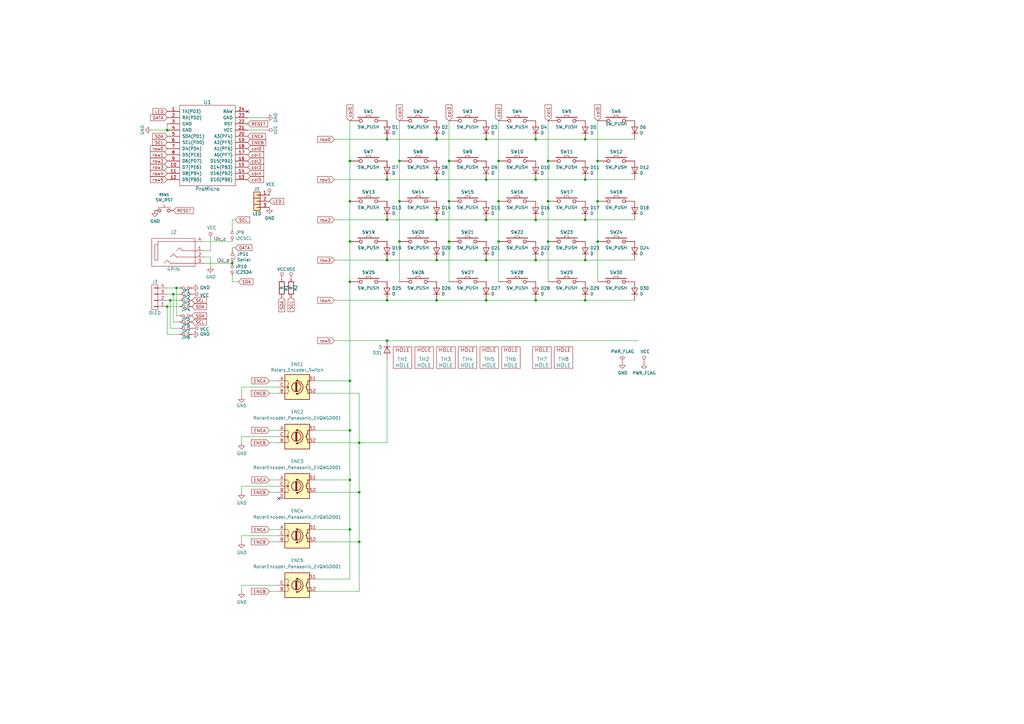
<source format=kicad_sch>
(kicad_sch (version 20211123) (generator eeschema)
  (paper "A3")
  (junction (at 158.75 57.15))
  (junction (at 71.12 120.65))
  (junction (at 184.15 66.04))
  (junction (at 179.07 57.15))
  (junction (at 163.83 82.55))
  (junction (at 143.51 115.57))
  (junction (at 224.79 99.06))
  (junction (at 184.15 82.55))
  (junction (at 179.07 90.17))
  (junction (at 199.39 106.68))
  (junction (at 158.75 73.66))
  (junction (at 143.51 99.06))
  (junction (at 224.79 66.04))
  (junction (at 245.11 99.06))
  (junction (at 204.47 99.06))
  (junction (at 199.39 123.19))
  (junction (at 143.51 176.53))
  (junction (at 147.32 222.25))
  (junction (at 179.07 106.68))
  (junction (at 163.83 99.06))
  (junction (at 69.85 123.19))
  (junction (at 143.51 156.21))
  (junction (at 219.71 106.68))
  (junction (at 158.75 139.7))
  (junction (at 143.51 217.17))
  (junction (at 240.03 73.66))
  (junction (at 184.15 99.06))
  (junction (at 68.58 53.34))
  (junction (at 143.51 66.04))
  (junction (at 158.75 123.19))
  (junction (at 158.75 106.68))
  (junction (at 72.39 118.11))
  (junction (at 199.39 73.66))
  (junction (at 147.32 201.93))
  (junction (at 219.71 57.15))
  (junction (at 240.03 123.19))
  (junction (at 219.71 123.19))
  (junction (at 95.25 107.95))
  (junction (at 219.71 90.17))
  (junction (at 199.39 90.17))
  (junction (at 147.32 181.61))
  (junction (at 179.07 73.66))
  (junction (at 240.03 106.68))
  (junction (at 245.11 66.04))
  (junction (at 199.39 57.15))
  (junction (at 163.83 66.04))
  (junction (at 245.11 82.55))
  (junction (at 158.75 90.17))
  (junction (at 240.03 57.15))
  (junction (at 68.58 125.73))
  (junction (at 219.71 73.66))
  (junction (at 143.51 196.85))
  (junction (at 143.51 82.55))
  (junction (at 204.47 82.55))
  (junction (at 240.03 90.17))
  (junction (at 204.47 66.04))
  (junction (at 224.79 82.55))
  (junction (at 179.07 123.19))
  (no_connect (at 114.3 204.47))
  (no_connect (at 101.6 45.72))
  (wire (pts (xy 199.39 106.68) (xy 219.71 106.68)))
  (wire (pts (xy 68.58 118.11) (xy 72.39 118.11)))
  (wire (pts (xy 114.3 199.39) (xy 99.06 199.39)))
  (wire (pts (xy 129.54 222.25) (xy 147.32 222.25)))
  (wire (pts (xy 158.75 123.19) (xy 179.07 123.19)))
  (wire (pts (xy 73.66 125.73) (xy 68.58 125.73)))
  (wire (pts (xy 129.54 161.29) (xy 147.32 161.29)))
  (wire (pts (xy 129.54 156.21) (xy 143.51 156.21)))
  (wire (pts (xy 204.47 66.04) (xy 204.47 82.55)))
  (wire (pts (xy 110.49 176.53) (xy 114.3 176.53)))
  (wire (pts (xy 179.07 106.68) (xy 158.75 106.68)))
  (wire (pts (xy 95.25 113.03) (xy 95.25 115.57)))
  (wire (pts (xy 158.75 106.68) (xy 137.16 106.68)))
  (wire (pts (xy 99.06 158.75) (xy 99.06 162.56)))
  (wire (pts (xy 219.71 73.66) (xy 240.03 73.66)))
  (wire (pts (xy 224.79 99.06) (xy 224.79 115.57)))
  (wire (pts (xy 110.49 161.29) (xy 114.3 161.29)))
  (wire (pts (xy 69.85 123.19) (xy 69.85 134.62)))
  (wire (pts (xy 245.11 66.04) (xy 245.11 49.53)))
  (wire (pts (xy 71.12 120.65) (xy 71.12 132.08)))
  (wire (pts (xy 110.49 196.85) (xy 114.3 196.85)))
  (wire (pts (xy 219.71 123.19) (xy 240.03 123.19)))
  (wire (pts (xy 163.83 66.04) (xy 163.83 82.55)))
  (wire (pts (xy 245.11 82.55) (xy 245.11 66.04)))
  (wire (pts (xy 95.25 101.6) (xy 96.52 101.6)))
  (wire (pts (xy 129.54 201.93) (xy 147.32 201.93)))
  (wire (pts (xy 163.83 99.06) (xy 163.83 115.57)))
  (wire (pts (xy 179.07 106.68) (xy 199.39 106.68)))
  (wire (pts (xy 147.32 201.93) (xy 147.32 181.61)))
  (wire (pts (xy 199.39 73.66) (xy 219.71 73.66)))
  (wire (pts (xy 158.75 181.61) (xy 158.75 147.32)))
  (wire (pts (xy 99.06 199.39) (xy 99.06 201.93)))
  (wire (pts (xy 129.54 237.49) (xy 143.51 237.49)))
  (wire (pts (xy 129.54 217.17) (xy 143.51 217.17)))
  (wire (pts (xy 114.3 158.75) (xy 99.06 158.75)))
  (wire (pts (xy 147.32 181.61) (xy 147.32 161.29)))
  (wire (pts (xy 143.51 115.57) (xy 143.51 156.21)))
  (wire (pts (xy 143.51 176.53) (xy 143.51 196.85)))
  (wire (pts (xy 143.51 156.21) (xy 143.51 176.53)))
  (wire (pts (xy 95.25 115.57) (xy 97.79 115.57)))
  (wire (pts (xy 184.15 82.55) (xy 184.15 99.06)))
  (wire (pts (xy 137.16 123.19) (xy 158.75 123.19)))
  (wire (pts (xy 224.79 49.53) (xy 224.79 66.04)))
  (wire (pts (xy 72.39 118.11) (xy 72.39 129.54)))
  (wire (pts (xy 114.3 179.07) (xy 99.06 179.07)))
  (wire (pts (xy 129.54 181.61) (xy 147.32 181.61)))
  (wire (pts (xy 129.54 242.57) (xy 147.32 242.57)))
  (wire (pts (xy 224.79 66.04) (xy 224.79 82.55)))
  (wire (pts (xy 110.49 242.57) (xy 114.3 242.57)))
  (wire (pts (xy 99.06 240.03) (xy 99.06 242.57)))
  (wire (pts (xy 199.39 123.19) (xy 219.71 123.19)))
  (wire (pts (xy 199.39 90.17) (xy 219.71 90.17)))
  (wire (pts (xy 86.36 102.87) (xy 83.82 102.87)))
  (wire (pts (xy 68.58 123.19) (xy 69.85 123.19)))
  (wire (pts (xy 179.07 57.15) (xy 199.39 57.15)))
  (wire (pts (xy 147.32 242.57) (xy 147.32 222.25)))
  (wire (pts (xy 184.15 49.53) (xy 184.15 66.04)))
  (wire (pts (xy 204.47 49.53) (xy 204.47 66.04)))
  (wire (pts (xy 179.07 90.17) (xy 199.39 90.17)))
  (wire (pts (xy 179.07 73.66) (xy 199.39 73.66)))
  (wire (pts (xy 224.79 99.06) (xy 224.79 82.55)))
  (wire (pts (xy 184.15 66.04) (xy 184.15 82.55)))
  (wire (pts (xy 143.51 196.85) (xy 143.51 217.17)))
  (wire (pts (xy 72.39 118.11) (xy 73.66 118.11)))
  (wire (pts (xy 147.32 222.25) (xy 147.32 201.93)))
  (wire (pts (xy 110.49 181.61) (xy 114.3 181.61)))
  (wire (pts (xy 240.03 57.15) (xy 219.71 57.15)))
  (wire (pts (xy 86.36 105.41) (xy 86.36 109.22)))
  (wire (pts (xy 83.82 105.41) (xy 86.36 105.41)))
  (wire (pts (xy 71.12 132.08) (xy 73.66 132.08)))
  (wire (pts (xy 245.11 82.55) (xy 245.11 99.06)))
  (wire (pts (xy 184.15 99.06) (xy 184.15 115.57)))
  (wire (pts (xy 68.58 120.65) (xy 71.12 120.65)))
  (wire (pts (xy 71.12 120.65) (xy 73.66 120.65)))
  (wire (pts (xy 99.06 219.71) (xy 99.06 222.25)))
  (wire (pts (xy 240.03 90.17) (xy 260.35 90.17)))
  (wire (pts (xy 95.25 90.17) (xy 95.25 93.98)))
  (wire (pts (xy 137.16 139.7) (xy 158.75 139.7)))
  (wire (pts (xy 143.51 82.55) (xy 143.51 99.06)))
  (wire (pts (xy 158.75 139.7) (xy 261.62 139.7)))
  (wire (pts (xy 99.06 179.07) (xy 99.06 181.61)))
  (wire (pts (xy 179.07 123.19) (xy 199.39 123.19)))
  (wire (pts (xy 179.07 90.17) (xy 158.75 90.17)))
  (wire (pts (xy 68.58 125.73) (xy 68.58 137.16)))
  (wire (pts (xy 68.58 50.8) (xy 68.58 53.34)))
  (wire (pts (xy 110.49 201.93) (xy 114.3 201.93)))
  (wire (pts (xy 219.71 90.17) (xy 240.03 90.17)))
  (wire (pts (xy 83.82 99.06) (xy 95.25 99.06)))
  (wire (pts (xy 69.85 134.62) (xy 73.66 134.62)))
  (wire (pts (xy 245.11 99.06) (xy 245.11 115.57)))
  (wire (pts (xy 240.03 123.19) (xy 260.35 123.19)))
  (wire (pts (xy 110.49 156.21) (xy 114.3 156.21)))
  (wire (pts (xy 143.51 49.53) (xy 143.51 66.04)))
  (wire (pts (xy 114.3 219.71) (xy 99.06 219.71)))
  (wire (pts (xy 129.54 196.85) (xy 143.51 196.85)))
  (wire (pts (xy 101.6 48.26) (xy 109.22 48.26)))
  (wire (pts (xy 83.82 107.95) (xy 95.25 107.95)))
  (wire (pts (xy 95.25 90.17) (xy 96.52 90.17)))
  (wire (pts (xy 114.3 240.03) (xy 99.06 240.03)))
  (wire (pts (xy 143.51 99.06) (xy 143.51 115.57)))
  (wire (pts (xy 240.03 57.15) (xy 260.35 57.15)))
  (wire (pts (xy 143.51 217.17) (xy 143.51 237.49)))
  (wire (pts (xy 240.03 73.66) (xy 260.35 73.66)))
  (wire (pts (xy 68.58 53.34) (xy 62.23 53.34)))
  (wire (pts (xy 199.39 57.15) (xy 219.71 57.15)))
  (wire (pts (xy 204.47 99.06) (xy 204.47 115.57)))
  (wire (pts (xy 147.32 181.61) (xy 158.75 181.61)))
  (wire (pts (xy 179.07 73.66) (xy 158.75 73.66)))
  (wire (pts (xy 110.49 217.17) (xy 114.3 217.17)))
  (wire (pts (xy 163.83 49.53) (xy 163.83 66.04)))
  (wire (pts (xy 129.54 176.53) (xy 143.51 176.53)))
  (wire (pts (xy 179.07 57.15) (xy 158.75 57.15)))
  (wire (pts (xy 158.75 90.17) (xy 137.16 90.17)))
  (wire (pts (xy 86.36 97.79) (xy 86.36 102.87)))
  (wire (pts (xy 219.71 106.68) (xy 240.03 106.68)))
  (wire (pts (xy 143.51 66.04) (xy 143.51 82.55)))
  (wire (pts (xy 158.75 57.15) (xy 137.16 57.15)))
  (wire (pts (xy 240.03 106.68) (xy 260.35 106.68)))
  (wire (pts (xy 204.47 82.55) (xy 204.47 99.06)))
  (wire (pts (xy 72.39 129.54) (xy 73.66 129.54)))
  (wire (pts (xy 101.6 53.34) (xy 109.22 53.34)))
  (wire (pts (xy 163.83 82.55) (xy 163.83 99.06)))
  (wire (pts (xy 110.49 222.25) (xy 114.3 222.25)))
  (wire (pts (xy 158.75 73.66) (xy 137.16 73.66)))
  (wire (pts (xy 68.58 137.16) (xy 73.66 137.16)))
  (wire (pts (xy 69.85 123.19) (xy 73.66 123.19)))
  (wire (pts (xy 95.25 102.87) (xy 95.25 101.6)))
  (label "i2c_d" (at 88.9 107.95 0))
  (label "i2c_c" (at 87.63 99.06 0))
  (global_label "row2" (shape input) (at 137.16 90.17 180) (property "Intersheet References" "${INTERSHEET_REFS}" (effects hide)))
  (global_label "SCL" (shape input) (at 78.74 132.08 0) (property "Intersheet References" "${INTERSHEET_REFS}" (effects hide)))
  (global_label "SCL" (shape input) (at 68.58 58.42 180) (property "Intersheet References" "${INTERSHEET_REFS}" (effects hide)))
  (global_label "SCL" (shape input) (at 119.38 121.92 270) (property "Intersheet References" "${INTERSHEET_REFS}" (effects hide)))
  (global_label "RESET" (shape input) (at 71.12 86.36 0) (property "Intersheet References" "${INTERSHEET_REFS}" (effects hide)))
  (global_label "ENCA" (shape input) (at 110.49 176.53 180) (property "Intersheet References" "${INTERSHEET_REFS}" (effects hide)))
  (global_label "SDA" (shape input) (at 97.79 115.57 0) (property "Intersheet References" "${INTERSHEET_REFS}" (effects hide)))
  (global_label "SDA" (shape input) (at 68.58 55.88 180) (property "Intersheet References" "${INTERSHEET_REFS}" (effects hide)))
  (global_label "row4" (shape input) (at 68.58 71.12 180) (property "Intersheet References" "${INTERSHEET_REFS}" (effects hide)))
  (global_label "ENCB" (shape input) (at 110.49 181.61 180) (property "Intersheet References" "${INTERSHEET_REFS}" (effects hide)))
  (global_label "col3" (shape input) (at 184.15 49.53 90) (property "Intersheet References" "${INTERSHEET_REFS}" (effects hide)))
  (global_label "row1" (shape input) (at 68.58 63.5 180) (property "Intersheet References" "${INTERSHEET_REFS}" (effects hide)))
  (global_label "LED" (shape input) (at 110.49 82.55 0) (property "Intersheet References" "${INTERSHEET_REFS}" (effects hide)))
  (global_label "col2" (shape input) (at 101.6 66.04 0) (property "Intersheet References" "${INTERSHEET_REFS}" (effects hide)))
  (global_label "col2" (shape input) (at 204.47 49.53 90) (property "Intersheet References" "${INTERSHEET_REFS}" (effects hide)))
  (global_label "ENCA" (shape input) (at 110.49 156.21 180) (property "Intersheet References" "${INTERSHEET_REFS}" (effects hide)))
  (global_label "SDA" (shape input) (at 78.74 125.73 0) (property "Intersheet References" "${INTERSHEET_REFS}" (effects hide)))
  (global_label "col1" (shape input) (at 224.79 49.53 90) (property "Intersheet References" "${INTERSHEET_REFS}" (effects hide)))
  (global_label "SDA" (shape input) (at 115.57 121.92 270) (property "Intersheet References" "${INTERSHEET_REFS}" (effects hide)))
  (global_label "row1" (shape input) (at 137.16 73.66 180) (property "Intersheet References" "${INTERSHEET_REFS}" (effects hide)))
  (global_label "ENCB" (shape input) (at 110.49 201.93 180) (property "Intersheet References" "${INTERSHEET_REFS}" (effects hide)))
  (global_label "RESET" (shape input) (at 101.6 50.8 0) (property "Intersheet References" "${INTERSHEET_REFS}" (effects hide)))
  (global_label "row3" (shape input) (at 68.58 68.58 180) (property "Intersheet References" "${INTERSHEET_REFS}" (effects hide)))
  (global_label "col0" (shape input) (at 101.6 60.96 0) (property "Intersheet References" "${INTERSHEET_REFS}" (effects hide)))
  (global_label "ENCB" (shape input) (at 110.49 222.25 180) (property "Intersheet References" "${INTERSHEET_REFS}" (effects hide)))
  (global_label "col5" (shape input) (at 143.51 49.53 90) (property "Intersheet References" "${INTERSHEET_REFS}" (effects hide)))
  (global_label "col4" (shape input) (at 101.6 71.12 0) (property "Intersheet References" "${INTERSHEET_REFS}" (effects hide)))
  (global_label "DATA" (shape input) (at 96.52 101.6 0) (property "Intersheet References" "${INTERSHEET_REFS}" (effects hide)))
  (global_label "SCL" (shape input) (at 78.74 123.19 0) (property "Intersheet References" "${INTERSHEET_REFS}" (effects hide)))
  (global_label "ENCB" (shape input) (at 110.49 161.29 180) (property "Intersheet References" "${INTERSHEET_REFS}" (effects hide)))
  (global_label "col4" (shape input) (at 163.83 49.53 90) (property "Intersheet References" "${INTERSHEET_REFS}" (effects hide)))
  (global_label "col5" (shape input) (at 101.6 73.66 0) (property "Intersheet References" "${INTERSHEET_REFS}" (effects hide)))
  (global_label "SDA" (shape input) (at 78.74 129.54 0) (property "Intersheet References" "${INTERSHEET_REFS}" (effects hide)))
  (global_label "col0" (shape input) (at 245.11 49.53 90) (property "Intersheet References" "${INTERSHEET_REFS}" (effects hide)))
  (global_label "ENCA" (shape input) (at 101.6 55.88 0) (property "Intersheet References" "${INTERSHEET_REFS}" (effects hide)))
  (global_label "col1" (shape input) (at 101.6 63.5 0) (property "Intersheet References" "${INTERSHEET_REFS}" (effects hide)))
  (global_label "row5" (shape input) (at 68.58 73.66 180) (property "Intersheet References" "${INTERSHEET_REFS}" (effects hide)))
  (global_label "col3" (shape input) (at 101.6 68.58 0) (property "Intersheet References" "${INTERSHEET_REFS}" (effects hide)))
  (global_label "ENCA" (shape input) (at 110.49 196.85 180) (property "Intersheet References" "${INTERSHEET_REFS}" (effects hide)))
  (global_label "row3" (shape input) (at 137.16 106.68 180) (property "Intersheet References" "${INTERSHEET_REFS}" (effects hide)))
  (global_label "LED" (shape input) (at 68.58 45.72 180) (property "Intersheet References" "${INTERSHEET_REFS}" (effects hide)))
  (global_label "row0" (shape input) (at 68.58 60.96 180) (property "Intersheet References" "${INTERSHEET_REFS}" (effects hide)))
  (global_label "ENCA" (shape input) (at 110.49 217.17 180) (property "Intersheet References" "${INTERSHEET_REFS}" (effects hide)))
  (global_label "DATA" (shape input) (at 68.58 48.26 180) (property "Intersheet References" "${INTERSHEET_REFS}" (effects hide)))
  (global_label "row0" (shape input) (at 137.16 57.15 180) (property "Intersheet References" "${INTERSHEET_REFS}" (effects hide)))
  (global_label "SCL" (shape input) (at 96.52 90.17 0) (property "Intersheet References" "${INTERSHEET_REFS}" (effects hide)))
  (global_label "row2" (shape input) (at 68.58 66.04 180) (property "Intersheet References" "${INTERSHEET_REFS}" (effects hide)))
  (global_label "ENCB" (shape input) (at 110.49 242.57 180) (property "Intersheet References" "${INTERSHEET_REFS}" (effects hide)))
  (global_label "ENCB" (shape input) (at 101.6 58.42 0) (property "Intersheet References" "${INTERSHEET_REFS}" (effects hide)))
  (global_label "row4" (shape input) (at 137.16 123.19 180) (property "Intersheet References" "${INTERSHEET_REFS}" (effects hide)))
  (global_label "row5" (shape input) (at 137.16 139.7 180) (property "Intersheet References" "${INTERSHEET_REFS}" (effects hide)))
  (symbol (lib_id "UndeadSplit-rescue:ProMicro_2-Lily58-cache-Lily58_Pro-rescue-SofleKeyboard-rescue") (at 85.09 59.69 0) (unit 1)
    (property "Reference" "U1" (at 85.09 41.91 0) (effects (font (size 1.524 1.524))))
    (property "Value" "ProMicro" (at 85.09 77.47 0) (effects (font (size 1.524 1.524))))
    (property "Footprint" "SofleKeyboard-footprint:ArduinoProMicro-ZigZag-DoubleSided" (effects hide))
  )
  (symbol (lib_id "UndeadSplit-rescue:SW_PUSH-Lily58-cache-Lily58_Pro-rescue-SofleKeyboard-rescue") (at 171.45 115.57 0) (unit 1)
    (property "Reference" "SW26" (at 171.45 111.76 0))
    (property "Value" "SW_PUSH" (at 171.45 118.11 0))
    (property "Footprint" "SofleKeyboard-footprint:CherryMX_Hotswap" (effects hide))
  )
  (symbol (lib_id "UndeadSplit-rescue:SW_PUSH-Lily58-cache-Lily58_Pro-rescue-SofleKeyboard-rescue") (at 151.13 49.53 0) (unit 1)
    (property "Reference" "SW1" (at 151.13 45.72 0))
    (property "Value" "SW_PUSH" (at 151.13 52.07 0))
    (property "Footprint" "SofleKeyboard-footprint:CherryMX_Hotswap" (effects hide))
  )
  (symbol (lib_id "UndeadSplit-rescue:D-Lily58-cache-Lily58_Pro-rescue-SofleKeyboard-rescue") (at 158.75 53.34 90) (unit 1)
    (property "Reference" "D1" (at 160.7566 52.1716 90) (effects (justify right)))
    (property "Value" "D" (at 160.7566 54.483 90) (effects (justify right)))
    (property "Footprint" "SofleKeyboard-footprint:Diode_SOD123" (effects hide))
  )
  (symbol (lib_id "UndeadSplit-rescue:SW_PUSH-Lily58-cache-Lily58_Pro-rescue-SofleKeyboard-rescue") (at 171.45 49.53 0) (unit 1)
    (property "Reference" "SW2" (at 171.45 45.72 0))
    (property "Value" "SW_PUSH" (at 171.45 52.07 0))
    (property "Footprint" "SofleKeyboard-footprint:CherryMX_Hotswap" (effects hide))
  )
  (symbol (lib_id "UndeadSplit-rescue:D-Lily58-cache-Lily58_Pro-rescue-SofleKeyboard-rescue") (at 179.07 53.34 90) (unit 1)
    (property "Reference" "D2" (at 181.0766 52.1716 90) (effects (justify right)))
    (property "Value" "D" (at 181.0766 54.483 90) (effects (justify right)))
    (property "Footprint" "SofleKeyboard-footprint:Diode_SOD123" (effects hide))
  )
  (symbol (lib_id "UndeadSplit-rescue:SW_PUSH-Lily58-cache-Lily58_Pro-rescue-SofleKeyboard-rescue") (at 191.77 49.53 0) (unit 1)
    (property "Reference" "SW3" (at 191.77 45.72 0))
    (property "Value" "SW_PUSH" (at 191.77 52.07 0))
    (property "Footprint" "SofleKeyboard-footprint:CherryMX_Hotswap" (effects hide))
  )
  (symbol (lib_id "UndeadSplit-rescue:D-Lily58-cache-Lily58_Pro-rescue-SofleKeyboard-rescue") (at 199.39 53.34 90) (unit 1)
    (property "Reference" "D3" (at 201.3966 52.1716 90) (effects (justify right)))
    (property "Value" "D" (at 201.3966 54.483 90) (effects (justify right)))
    (property "Footprint" "SofleKeyboard-footprint:Diode_SOD123" (effects hide))
  )
  (symbol (lib_id "UndeadSplit-rescue:SW_PUSH-Lily58-cache-Lily58_Pro-rescue-SofleKeyboard-rescue") (at 212.09 49.53 0) (unit 1)
    (property "Reference" "SW4" (at 212.09 45.72 0))
    (property "Value" "SW_PUSH" (at 212.09 52.07 0))
    (property "Footprint" "SofleKeyboard-footprint:CherryMX_Hotswap" (effects hide))
  )
  (symbol (lib_id "UndeadSplit-rescue:D-Lily58-cache-Lily58_Pro-rescue-SofleKeyboard-rescue") (at 219.71 53.34 90) (unit 1)
    (property "Reference" "D4" (at 221.7166 52.1716 90) (effects (justify right)))
    (property "Value" "D" (at 221.7166 54.483 90) (effects (justify right)))
    (property "Footprint" "SofleKeyboard-footprint:Diode_SOD123" (effects hide))
  )
  (symbol (lib_id "UndeadSplit-rescue:SW_PUSH-Lily58-cache-Lily58_Pro-rescue-SofleKeyboard-rescue") (at 232.41 49.53 0) (unit 1)
    (property "Reference" "SW5" (at 232.41 45.72 0))
    (property "Value" "SW_PUSH" (at 232.41 52.07 0))
    (property "Footprint" "SofleKeyboard-footprint:CherryMX_Hotswap" (effects hide))
  )
  (symbol (lib_id "UndeadSplit-rescue:D-Lily58-cache-Lily58_Pro-rescue-SofleKeyboard-rescue") (at 240.03 53.34 90) (unit 1)
    (property "Reference" "D5" (at 242.0366 52.1716 90) (effects (justify right)))
    (property "Value" "D" (at 242.0366 54.483 90) (effects (justify right)))
    (property "Footprint" "SofleKeyboard-footprint:Diode_SOD123" (effects hide))
  )
  (symbol (lib_id "UndeadSplit-rescue:SW_PUSH-Lily58-cache-Lily58_Pro-rescue-SofleKeyboard-rescue") (at 252.73 49.53 0) (unit 1)
    (property "Reference" "SW6" (at 252.73 45.72 0))
    (property "Value" "SW_PUSH" (at 252.73 50.8 0))
    (property "Footprint" "SofleKeyboard-footprint:CherryMX_Hotswap" (effects hide))
  )
  (symbol (lib_id "UndeadSplit-rescue:D-Lily58-cache-Lily58_Pro-rescue-SofleKeyboard-rescue") (at 260.35 53.34 90) (unit 1)
    (property "Reference" "D6" (at 262.3566 52.1716 90) (effects (justify right)))
    (property "Value" "D" (at 262.3566 54.483 90) (effects (justify right)))
    (property "Footprint" "SofleKeyboard-footprint:Diode_SOD123" (effects hide))
  )
  (symbol (lib_id "UndeadSplit-rescue:SW_PUSH-Lily58-cache-Lily58_Pro-rescue-SofleKeyboard-rescue") (at 171.45 66.04 0) (unit 1)
    (property "Reference" "SW8" (at 171.45 62.23 0))
    (property "Value" "SW_PUSH" (at 171.45 68.58 0))
    (property "Footprint" "SofleKeyboard-footprint:CherryMX_Hotswap" (effects hide))
  )
  (symbol (lib_id "UndeadSplit-rescue:SW_PUSH-Lily58-cache-Lily58_Pro-rescue-SofleKeyboard-rescue") (at 191.77 66.04 0) (unit 1)
    (property "Reference" "SW9" (at 191.77 62.23 0))
    (property "Value" "SW_PUSH" (at 191.77 68.58 0))
    (property "Footprint" "SofleKeyboard-footprint:CherryMX_Hotswap" (effects hide))
  )
  (symbol (lib_id "UndeadSplit-rescue:SW_PUSH-Lily58-cache-Lily58_Pro-rescue-SofleKeyboard-rescue") (at 212.09 66.04 0) (unit 1)
    (property "Reference" "SW10" (at 212.09 62.23 0))
    (property "Value" "SW_PUSH" (at 212.09 68.58 0))
    (property "Footprint" "SofleKeyboard-footprint:CherryMX_Hotswap" (effects hide))
  )
  (symbol (lib_id "UndeadSplit-rescue:SW_PUSH-Lily58-cache-Lily58_Pro-rescue-SofleKeyboard-rescue") (at 232.41 66.04 0) (unit 1)
    (property "Reference" "SW11" (at 232.41 62.23 0))
    (property "Value" "SW_PUSH" (at 232.41 68.58 0))
    (property "Footprint" "SofleKeyboard-footprint:CherryMX_Hotswap" (effects hide))
  )
  (symbol (lib_id "UndeadSplit-rescue:SW_PUSH-Lily58-cache-Lily58_Pro-rescue-SofleKeyboard-rescue") (at 252.73 66.04 0) (unit 1)
    (property "Reference" "SW12" (at 252.73 62.23 0))
    (property "Value" "SW_PUSH" (at 252.73 68.58 0))
    (property "Footprint" "SofleKeyboard-footprint:CherryMX_Hotswap" (effects hide))
  )
  (symbol (lib_id "UndeadSplit-rescue:SW_PUSH-Lily58-cache-Lily58_Pro-rescue-SofleKeyboard-rescue") (at 151.13 66.04 0) (unit 1)
    (property "Reference" "SW7" (at 151.13 62.23 0))
    (property "Value" "SW_PUSH" (at 151.13 68.58 0))
    (property "Footprint" "SofleKeyboard-footprint:CherryMX_Hotswap" (effects hide))
  )
  (symbol (lib_id "UndeadSplit-rescue:D-Lily58-cache-Lily58_Pro-rescue-SofleKeyboard-rescue") (at 158.75 69.85 90) (unit 1)
    (property "Reference" "D7" (at 160.7566 68.6816 90) (effects (justify right)))
    (property "Value" "D" (at 160.7566 70.993 90) (effects (justify right)))
    (property "Footprint" "SofleKeyboard-footprint:Diode_SOD123" (effects hide))
  )
  (symbol (lib_id "UndeadSplit-rescue:D-Lily58-cache-Lily58_Pro-rescue-SofleKeyboard-rescue") (at 179.07 69.85 90) (unit 1)
    (property "Reference" "D8" (at 181.0766 68.6816 90) (effects (justify right)))
    (property "Value" "D" (at 181.0766 70.993 90) (effects (justify right)))
    (property "Footprint" "SofleKeyboard-footprint:Diode_SOD123" (effects hide))
  )
  (symbol (lib_id "UndeadSplit-rescue:D-Lily58-cache-Lily58_Pro-rescue-SofleKeyboard-rescue") (at 199.39 69.85 90) (unit 1)
    (property "Reference" "D9" (at 201.3966 68.6816 90) (effects (justify right)))
    (property "Value" "D" (at 201.3966 70.993 90) (effects (justify right)))
    (property "Footprint" "SofleKeyboard-footprint:Diode_SOD123" (effects hide))
  )
  (symbol (lib_id "UndeadSplit-rescue:D-Lily58-cache-Lily58_Pro-rescue-SofleKeyboard-rescue") (at 219.71 69.85 90) (unit 1)
    (property "Reference" "D10" (at 221.7166 68.6816 90) (effects (justify right)))
    (property "Value" "D" (at 221.7166 70.993 90) (effects (justify right)))
    (property "Footprint" "SofleKeyboard-footprint:Diode_SOD123" (effects hide))
  )
  (symbol (lib_id "UndeadSplit-rescue:D-Lily58-cache-Lily58_Pro-rescue-SofleKeyboard-rescue") (at 240.03 69.85 90) (unit 1)
    (property "Reference" "D11" (at 242.0366 68.6816 90) (effects (justify right)))
    (property "Value" "D" (at 242.0366 70.993 90) (effects (justify right)))
    (property "Footprint" "SofleKeyboard-footprint:Diode_SOD123" (effects hide))
  )
  (symbol (lib_id "UndeadSplit-rescue:D-Lily58-cache-Lily58_Pro-rescue-SofleKeyboard-rescue") (at 260.35 69.85 90) (unit 1)
    (property "Reference" "D12" (at 262.3566 68.6816 90) (effects (justify right)))
    (property "Value" "D" (at 262.3566 70.993 90) (effects (justify right)))
    (property "Footprint" "SofleKeyboard-footprint:Diode_SOD123" (effects hide))
  )
  (symbol (lib_id "UndeadSplit-rescue:SW_PUSH-Lily58-cache-Lily58_Pro-rescue-SofleKeyboard-rescue") (at 151.13 82.55 0) (unit 1)
    (property "Reference" "SW13" (at 151.13 78.74 0))
    (property "Value" "SW_PUSH" (at 151.13 85.09 0))
    (property "Footprint" "SofleKeyboard-footprint:CherryMX_Hotswap" (effects hide))
  )
  (symbol (lib_id "UndeadSplit-rescue:SW_PUSH-Lily58-cache-Lily58_Pro-rescue-SofleKeyboard-rescue") (at 171.45 82.55 0) (unit 1)
    (property "Reference" "SW14" (at 171.45 78.74 0))
    (property "Value" "SW_PUSH" (at 171.45 85.09 0))
    (property "Footprint" "SofleKeyboard-footprint:CherryMX_Hotswap" (effects hide))
  )
  (symbol (lib_id "UndeadSplit-rescue:SW_PUSH-Lily58-cache-Lily58_Pro-rescue-SofleKeyboard-rescue") (at 191.77 82.55 0) (unit 1)
    (property "Reference" "SW15" (at 191.77 78.74 0))
    (property "Value" "SW_PUSH" (at 191.77 85.09 0))
    (property "Footprint" "SofleKeyboard-footprint:CherryMX_Hotswap" (effects hide))
  )
  (symbol (lib_id "UndeadSplit-rescue:SW_PUSH-Lily58-cache-Lily58_Pro-rescue-SofleKeyboard-rescue") (at 212.09 82.55 0) (unit 1)
    (property "Reference" "SW16" (at 212.09 78.74 0))
    (property "Value" "SW_PUSH" (at 212.09 85.09 0))
    (property "Footprint" "SofleKeyboard-footprint:CherryMX_Hotswap" (effects hide))
  )
  (symbol (lib_id "UndeadSplit-rescue:SW_PUSH-Lily58-cache-Lily58_Pro-rescue-SofleKeyboard-rescue") (at 232.41 82.55 0) (unit 1)
    (property "Reference" "SW17" (at 232.41 78.74 0))
    (property "Value" "SW_PUSH" (at 232.41 85.09 0))
    (property "Footprint" "SofleKeyboard-footprint:CherryMX_Hotswap" (effects hide))
  )
  (symbol (lib_id "UndeadSplit-rescue:SW_PUSH-Lily58-cache-Lily58_Pro-rescue-SofleKeyboard-rescue") (at 252.73 82.55 0) (unit 1)
    (property "Reference" "SW18" (at 252.73 78.74 0))
    (property "Value" "SW_PUSH" (at 252.73 85.09 0))
    (property "Footprint" "SofleKeyboard-footprint:CherryMX_Hotswap" (effects hide))
  )
  (symbol (lib_id "UndeadSplit-rescue:D-Lily58-cache-Lily58_Pro-rescue-SofleKeyboard-rescue") (at 158.75 86.36 90) (unit 1)
    (property "Reference" "D13" (at 160.7566 85.1916 90) (effects (justify right)))
    (property "Value" "D" (at 160.7566 87.503 90) (effects (justify right)))
    (property "Footprint" "SofleKeyboard-footprint:Diode_SOD123" (effects hide))
  )
  (symbol (lib_id "UndeadSplit-rescue:D-Lily58-cache-Lily58_Pro-rescue-SofleKeyboard-rescue") (at 179.07 86.36 90) (unit 1)
    (property "Reference" "D14" (at 181.0766 85.1916 90) (effects (justify right)))
    (property "Value" "D" (at 181.0766 87.503 90) (effects (justify right)))
    (property "Footprint" "SofleKeyboard-footprint:Diode_SOD123" (effects hide))
  )
  (symbol (lib_id "UndeadSplit-rescue:D-Lily58-cache-Lily58_Pro-rescue-SofleKeyboard-rescue") (at 199.39 86.36 90) (unit 1)
    (property "Reference" "D15" (at 201.3966 85.1916 90) (effects (justify right)))
    (property "Value" "D" (at 201.3966 87.503 90) (effects (justify right)))
    (property "Footprint" "SofleKeyboard-footprint:Diode_SOD123" (effects hide))
  )
  (symbol (lib_id "UndeadSplit-rescue:D-Lily58-cache-Lily58_Pro-rescue-SofleKeyboard-rescue") (at 219.71 86.36 90) (unit 1)
    (property "Reference" "D16" (at 221.7166 85.1916 90) (effects (justify right)))
    (property "Value" "D" (at 221.7166 87.503 90) (effects (justify right)))
    (property "Footprint" "SofleKeyboard-footprint:Diode_SOD123" (effects hide))
  )
  (symbol (lib_id "UndeadSplit-rescue:D-Lily58-cache-Lily58_Pro-rescue-SofleKeyboard-rescue") (at 240.03 86.36 90) (unit 1)
    (property "Reference" "D17" (at 242.0366 85.1916 90) (effects (justify right)))
    (property "Value" "D" (at 242.0366 87.503 90) (effects (justify right)))
    (property "Footprint" "SofleKeyboard-footprint:Diode_SOD123" (effects hide))
  )
  (symbol (lib_id "UndeadSplit-rescue:D-Lily58-cache-Lily58_Pro-rescue-SofleKeyboard-rescue") (at 260.35 86.36 90) (unit 1)
    (property "Reference" "D18" (at 262.3566 85.1916 90) (effects (justify right)))
    (property "Value" "D" (at 262.3566 87.503 90) (effects (justify right)))
    (property "Footprint" "SofleKeyboard-footprint:Diode_SOD123" (effects hide))
  )
  (symbol (lib_id "UndeadSplit-rescue:SW_PUSH-Lily58-cache-Lily58_Pro-rescue-SofleKeyboard-rescue") (at 191.77 99.06 0) (unit 1)
    (property "Reference" "SW21" (at 191.77 95.25 0))
    (property "Value" "SW_PUSH" (at 191.77 101.6 0))
    (property "Footprint" "SofleKeyboard-footprint:CherryMX_Hotswap" (effects hide))
  )
  (symbol (lib_id "UndeadSplit-rescue:SW_PUSH-Lily58-cache-Lily58_Pro-rescue-SofleKeyboard-rescue") (at 212.09 99.06 0) (unit 1)
    (property "Reference" "SW22" (at 212.09 95.25 0))
    (property "Value" "SW_PUSH" (at 212.09 101.6 0))
    (property "Footprint" "SofleKeyboard-footprint:CherryMX_Hotswap" (effects hide))
  )
  (symbol (lib_id "UndeadSplit-rescue:SW_PUSH-Lily58-cache-Lily58_Pro-rescue-SofleKeyboard-rescue") (at 232.41 99.06 0) (unit 1)
    (property "Reference" "SW23" (at 232.41 95.25 0))
    (property "Value" "SW_PUSH" (at 232.41 101.6 0))
    (property "Footprint" "SofleKeyboard-footprint:CherryMX_Hotswap" (effects hide))
  )
  (symbol (lib_id "UndeadSplit-rescue:SW_PUSH-Lily58-cache-Lily58_Pro-rescue-SofleKeyboard-rescue") (at 252.73 99.06 0) (unit 1)
    (property "Reference" "SW24" (at 252.73 95.25 0))
    (property "Value" "SW_PUSH" (at 252.73 101.6 0))
    (property "Footprint" "SofleKeyboard-footprint:CherryMX_Hotswap" (effects hide))
  )
  (symbol (lib_id "UndeadSplit-rescue:SW_PUSH-Lily58-cache-Lily58_Pro-rescue-SofleKeyboard-rescue") (at 171.45 99.06 0) (unit 1)
    (property "Reference" "SW20" (at 171.45 95.25 0))
    (property "Value" "SW_PUSH" (at 171.45 101.6 0))
    (property "Footprint" "SofleKeyboard-footprint:CherryMX_Hotswap" (effects hide))
  )
  (symbol (lib_id "UndeadSplit-rescue:SW_PUSH-Lily58-cache-Lily58_Pro-rescue-SofleKeyboard-rescue") (at 151.13 99.06 0) (unit 1)
    (property "Reference" "SW19" (at 151.13 95.25 0))
    (property "Value" "SW_PUSH" (at 151.13 101.6 0))
    (property "Footprint" "SofleKeyboard-footprint:CherryMX_Hotswap" (effects hide))
  )
  (symbol (lib_id "UndeadSplit-rescue:D-Lily58-cache-Lily58_Pro-rescue-SofleKeyboard-rescue") (at 158.75 102.87 90) (unit 1)
    (property "Reference" "D19" (at 160.7566 101.7016 90) (effects (justify right)))
    (property "Value" "D" (at 160.7566 104.013 90) (effects (justify right)))
    (property "Footprint" "SofleKeyboard-footprint:Diode_SOD123" (effects hide))
  )
  (symbol (lib_id "UndeadSplit-rescue:D-Lily58-cache-Lily58_Pro-rescue-SofleKeyboard-rescue") (at 179.07 102.87 90) (unit 1)
    (property "Reference" "D20" (at 181.0766 101.7016 90) (effects (justify right)))
    (property "Value" "D" (at 181.0766 104.013 90) (effects (justify right)))
    (property "Footprint" "SofleKeyboard-footprint:Diode_SOD123" (effects hide))
  )
  (symbol (lib_id "UndeadSplit-rescue:D-Lily58-cache-Lily58_Pro-rescue-SofleKeyboard-rescue") (at 199.39 102.87 90) (unit 1)
    (property "Reference" "D21" (at 201.3966 101.7016 90) (effects (justify right)))
    (property "Value" "D" (at 201.3966 104.013 90) (effects (justify right)))
    (property "Footprint" "SofleKeyboard-footprint:Diode_SOD123" (effects hide))
  )
  (symbol (lib_id "UndeadSplit-rescue:D-Lily58-cache-Lily58_Pro-rescue-SofleKeyboard-rescue") (at 219.71 102.87 90) (unit 1)
    (property "Reference" "D22" (at 221.7166 101.7016 90) (effects (justify right)))
    (property "Value" "D" (at 221.7166 104.013 90) (effects (justify right)))
    (property "Footprint" "SofleKeyboard-footprint:Diode_SOD123" (effects hide))
  )
  (symbol (lib_id "UndeadSplit-rescue:D-Lily58-cache-Lily58_Pro-rescue-SofleKeyboard-rescue") (at 240.03 102.87 90) (unit 1)
    (property "Reference" "D23" (at 242.0366 101.7016 90) (effects (justify right)))
    (property "Value" "D" (at 242.0366 104.013 90) (effects (justify right)))
    (property "Footprint" "SofleKeyboard-footprint:Diode_SOD123" (effects hide))
  )
  (symbol (lib_id "UndeadSplit-rescue:D-Lily58-cache-Lily58_Pro-rescue-SofleKeyboard-rescue") (at 260.35 102.87 90) (unit 1)
    (property "Reference" "D24" (at 262.3566 101.7016 90) (effects (justify right)))
    (property "Value" "D" (at 262.3566 104.013 90) (effects (justify right)))
    (property "Footprint" "SofleKeyboard-footprint:Diode_SOD123" (effects hide))
  )
  (symbol (lib_id "UndeadSplit-rescue:SW_PUSH-Lily58-cache-Lily58_Pro-rescue-SofleKeyboard-rescue") (at 191.77 115.57 0) (unit 1)
    (property "Reference" "SW27" (at 191.77 111.76 0))
    (property "Value" "SW_PUSH" (at 191.77 118.11 0))
    (property "Footprint" "SofleKeyboard-footprint:CherryMX_Hotswap" (effects hide))
  )
  (symbol (lib_id "UndeadSplit-rescue:SW_PUSH-Lily58-cache-Lily58_Pro-rescue-SofleKeyboard-rescue") (at 212.09 115.57 0) (unit 1)
    (property "Reference" "SW28" (at 212.09 111.76 0))
    (property "Value" "SW_PUSH" (at 212.09 118.11 0))
    (property "Footprint" "SofleKeyboard-footprint:CherryMX_Hotswap" (effects hide))
  )
  (symbol (lib_id "UndeadSplit-rescue:SW_PUSH-Lily58-cache-Lily58_Pro-rescue-SofleKeyboard-rescue") (at 232.41 115.57 0) (unit 1)
    (property "Reference" "SW29" (at 232.41 111.76 0))
    (property "Value" "SW_PUSH" (at 232.41 118.11 0))
    (property "Footprint" "SofleKeyboard-footprint:CherryMX_Hotswap" (effects hide))
  )
  (symbol (lib_id "UndeadSplit-rescue:D-Lily58-cache-Lily58_Pro-rescue-SofleKeyboard-rescue") (at 179.07 119.38 90) (unit 1)
    (property "Reference" "D26" (at 181.0766 118.2116 90) (effects (justify right)))
    (property "Value" "D" (at 181.0766 120.523 90) (effects (justify right)))
    (property "Footprint" "SofleKeyboard-footprint:Diode_SOD123" (effects hide))
  )
  (symbol (lib_id "UndeadSplit-rescue:D-Lily58-cache-Lily58_Pro-rescue-SofleKeyboard-rescue") (at 199.39 119.38 90) (unit 1)
    (property "Reference" "D27" (at 201.3966 118.2116 90) (effects (justify right)))
    (property "Value" "D" (at 201.3966 120.523 90) (effects (justify right)))
    (property "Footprint" "SofleKeyboard-footprint:Diode_SOD123" (effects hide))
  )
  (symbol (lib_id "UndeadSplit-rescue:D-Lily58-cache-Lily58_Pro-rescue-SofleKeyboard-rescue") (at 219.71 119.38 90) (unit 1)
    (property "Reference" "D28" (at 221.7166 118.2116 90) (effects (justify right)))
    (property "Value" "D" (at 221.7166 120.523 90) (effects (justify right)))
    (property "Footprint" "SofleKeyboard-footprint:Diode_SOD123" (effects hide))
  )
  (symbol (lib_id "UndeadSplit-rescue:D-Lily58-cache-Lily58_Pro-rescue-SofleKeyboard-rescue") (at 240.03 119.38 90) (unit 1)
    (property "Reference" "D29" (at 242.0366 118.2116 90) (effects (justify right)))
    (property "Value" "D" (at 242.0366 120.523 90) (effects (justify right)))
    (property "Footprint" "SofleKeyboard-footprint:Diode_SOD123" (effects hide))
  )
  (symbol (lib_id "UndeadSplit-rescue:VCC-Lily58-cache-Lily58_Pro-rescue-SofleKeyboard-rescue") (at 109.22 53.34 270) (unit 1)
    (property "Reference" "#PWR04" (effects hide))
    (property "Value" "VCC" (at 113.03 53.34 0))
  )
  (symbol (lib_id "UndeadSplit-rescue:VCC-Lily58-cache-Lily58_Pro-rescue-SofleKeyboard-rescue") (at 115.57 114.3 0) (unit 1)
    (property "Reference" "#PWR05" (effects hide))
    (property "Value" "VCC" (at 115.57 110.49 0))
  )
  (symbol (lib_id "UndeadSplit-rescue:VCC-Lily58-cache-Lily58_Pro-rescue-SofleKeyboard-rescue") (at 119.38 114.3 0) (unit 1)
    (property "Reference" "#PWR06" (effects hide))
    (property "Value" "VCC" (at 119.38 110.49 0))
  )
  (symbol (lib_id "UndeadSplit-rescue:R-Lily58-cache-Lily58_Pro-rescue-SofleKeyboard-rescue") (at 115.57 118.11 0) (unit 1)
    (property "Reference" "R1" (at 118.11 118.11 90) (effects (justify bottom)))
    (property "Value" "R" (at 115.57 118.11 90))
    (property "Footprint" "SofleKeyboard-footprint:R_1206_DoubleSided" (effects hide))
  )
  (symbol (lib_id "UndeadSplit-rescue:R-Lily58-cache-Lily58_Pro-rescue-SofleKeyboard-rescue") (at 119.38 118.11 0) (unit 1)
    (property "Reference" "R2" (at 121.92 118.11 90) (effects (justify bottom)))
    (property "Value" "R" (at 119.38 118.11 90))
    (property "Footprint" "SofleKeyboard-footprint:R_1206_DoubleSided" (effects hide))
  )
  (symbol (lib_id "UndeadSplit-rescue:MJ-4PP-9-Lily58-cache-Lily58_Pro-rescue-SofleKeyboard-rescue") (at 72.39 102.87 0) (unit 1)
    (property "Reference" "J2" (at 71.12 95.25 0) (effects (font (size 1.524 1.524))))
    (property "Value" "4PIN" (at 71.12 110.49 0) (effects (font (size 1.524 1.524))))
    (property "Footprint" "SofleKeyboard-footprint:MJ-4PP-9" (effects hide))
  )
  (symbol (lib_id "UndeadSplit-rescue:LED-Lily58-cache-Lily58_Pro-rescue-SofleKeyboard-rescue") (at 105.41 82.55 0) (unit 1)
    (property "Reference" "J1" (at 105.41 77.47 0))
    (property "Value" "LED" (at 105.41 87.63 0))
    (property "Footprint" "SofleKeyboard-footprint:LED" (effects hide))
  )
  (symbol (lib_id "UndeadSplit-rescue:VCC-Lily58-cache-Lily58_Pro-rescue-SofleKeyboard-rescue") (at 110.49 80.01 0) (unit 1)
    (property "Reference" "#PWR07" (effects hide))
    (property "Value" "VCC" (at 110.9218 75.6158 0))
  )
  (symbol (lib_id "UndeadSplit-rescue:GND-Lily58-cache-Lily58_Pro-rescue-SofleKeyboard-rescue") (at 110.49 85.09 0) (unit 1)
    (property "Reference" "#PWR08" (effects hide))
    (property "Value" "GND" (at 110.617 89.4842 0))
  )
  (symbol (lib_id "UndeadSplit-rescue:GND-Lily58-cache-Lily58_Pro-rescue-SofleKeyboard-rescue") (at 63.5 86.36 0) (unit 1)
    (property "Reference" "#PWR010" (effects hide))
    (property "Value" "GND" (at 63.627 90.7542 0))
  )
  (symbol (lib_id "UndeadSplit-rescue:PWR_FLAG-Lily58-cache-Lily58_Pro-rescue-SofleKeyboard-rescue") (at 255.27 148.59 0) (unit 1)
    (property "Reference" "#FLG01" (effects hide))
    (property "Value" "PWR_FLAG" (at 255.27 144.1704 0))
  )
  (symbol (lib_id "UndeadSplit-rescue:GND-Lily58-cache-Lily58_Pro-rescue-SofleKeyboard-rescue") (at 255.27 148.59 0) (unit 1)
    (property "Reference" "#PWR012" (effects hide))
    (property "Value" "GND" (at 255.397 152.9842 0))
  )
  (symbol (lib_id "UndeadSplit-rescue:VCC-Lily58-cache-Lily58_Pro-rescue-SofleKeyboard-rescue") (at 264.16 148.59 0) (unit 1)
    (property "Reference" "#PWR013" (effects hide))
    (property "Value" "VCC" (at 264.5918 144.1958 0))
  )
  (symbol (lib_id "UndeadSplit-rescue:PWR_FLAG-Lily58-cache-Lily58_Pro-rescue-SofleKeyboard-rescue") (at 264.16 148.59 180) (unit 1)
    (property "Reference" "#FLG02" (effects hide))
    (property "Value" "PWR_FLAG" (at 264.16 152.9842 0))
  )
  (symbol (lib_id "UndeadSplit-rescue:HOLE-Lily58-cache-Lily58_Pro-rescue-SofleKeyboard-rescue") (at 165.1 147.32 0) (unit 1)
    (property "Reference" "TH1" (at 165.1 147.32 0) (effects (font (size 1.524 1.524))))
    (property "Value" "HOLE" (at 165.1 149.86 0) (effects (font (size 1.524 1.524))))
    (property "Footprint" "SofleKeyboard-footprint:HOLE_M2_TH" (effects hide))
  )
  (symbol (lib_id "UndeadSplit-rescue:HOLE-Lily58-cache-Lily58_Pro-rescue-SofleKeyboard-rescue") (at 173.99 147.32 0) (unit 1)
    (property "Reference" "TH2" (at 173.99 147.32 0) (effects (font (size 1.524 1.524))))
    (property "Value" "HOLE" (at 173.99 149.86 0) (effects (font (size 1.524 1.524))))
    (property "Footprint" "SofleKeyboard-footprint:HOLE_M2_TH" (effects hide))
  )
  (symbol (lib_id "UndeadSplit-rescue:HOLE-Lily58-cache-Lily58_Pro-rescue-SofleKeyboard-rescue") (at 191.77 147.32 0) (unit 1)
    (property "Reference" "TH4" (at 191.77 147.32 0) (effects (font (size 1.524 1.524))))
    (property "Value" "HOLE" (at 191.77 149.86 0) (effects (font (size 1.524 1.524))))
    (property "Footprint" "SofleKeyboard-footprint:HOLE_M2_TH" (effects hide))
  )
  (symbol (lib_id "UndeadSplit-rescue:HOLE-Lily58-cache-Lily58_Pro-rescue-SofleKeyboard-rescue") (at 200.66 147.32 0) (unit 1)
    (property "Reference" "TH5" (at 200.66 147.32 0) (effects (font (size 1.524 1.524))))
    (property "Value" "HOLE" (at 200.66 149.86 0) (effects (font (size 1.524 1.524))))
    (property "Footprint" "SofleKeyboard-footprint:HOLE_M2_TH" (effects hide))
  )
  (symbol (lib_id "UndeadSplit-rescue:HOLE-Lily58-cache-Lily58_Pro-rescue-SofleKeyboard-rescue") (at 209.55 147.32 0) (unit 1)
    (property "Reference" "TH6" (at 209.55 147.32 0) (effects (font (size 1.524 1.524))))
    (property "Value" "HOLE" (at 209.55 149.86 0) (effects (font (size 1.524 1.524))))
    (property "Footprint" "SofleKeyboard-footprint:HOLE_M2_TH" (effects hide))
  )
  (symbol (lib_id "UndeadSplit-rescue:HOLE-Lily58-cache-Lily58_Pro-rescue-SofleKeyboard-rescue") (at 222.25 147.32 0) (unit 1)
    (property "Reference" "TH7" (at 222.25 147.32 0) (effects (font (size 1.524 1.524))))
    (property "Value" "HOLE" (at 222.25 149.86 0) (effects (font (size 1.524 1.524))))
    (property "Footprint" "SofleKeyboard-footprint:M2_HOLE_PCB" (effects hide))
  )
  (symbol (lib_id "UndeadSplit-rescue:HOLE-Lily58-cache-Lily58_Pro-rescue-SofleKeyboard-rescue") (at 182.88 147.32 0) (unit 1)
    (property "Reference" "TH3" (at 182.88 147.32 0) (effects (font (size 1.524 1.524))))
    (property "Value" "HOLE" (at 182.88 149.86 0) (effects (font (size 1.524 1.524))))
    (property "Footprint" "SofleKeyboard-footprint:HOLE_M2_TH" (effects hide))
  )
  (symbol (lib_id "UndeadSplit-rescue:GND-Lily58-cache-Lily58_Pro-rescue-SofleKeyboard-rescue") (at 109.22 48.26 90) (unit 1)
    (property "Reference" "#PWR0101" (effects hide))
    (property "Value" "GND" (at 113.03 48.26 0))
  )
  (symbol (lib_id "UndeadSplit-rescue:GND-Lily58-cache-Lily58_Pro-rescue-SofleKeyboard-rescue") (at 62.23 53.34 270) (unit 1)
    (property "Reference" "#PWR0102" (effects hide))
    (property "Value" "GND" (at 58.42 53.34 0))
  )
  (symbol (lib_id "UndeadSplit-rescue:SW_RST-Lily58-cache-Lily58_Pro-rescue-SofleKeyboard-rescue") (at 67.31 86.36 0) (unit 1)
    (property "Reference" "RSW1" (at 67.31 79.8576 0) (effects (font (size 1.016 1.016))))
    (property "Value" "SW_RST" (at 67.31 81.9658 0))
    (property "Footprint" "SofleKeyboard-footprint:TACT_SWITCH_TVBP06" (effects hide))
  )
  (symbol (lib_id "UndeadSplit-rescue:GND-power") (at 86.36 109.22 0) (unit 1)
    (property "Reference" "#PWR02" (effects hide))
    (property "Value" "GND" (at 86.487 113.6142 0))
  )
  (symbol (lib_id "UndeadSplit-rescue:VCC-power") (at 86.36 97.79 0) (unit 1)
    (property "Reference" "#PWR01" (effects hide))
    (property "Value" "VCC" (at 86.7918 93.3958 0))
  )
  (symbol (lib_id "UndeadSplit-rescue:OLED-Lily58-cache-Lily58_Pro-rescue-SofleKeyboard-rescue") (at 63.5 121.92 180) (unit 1)
    (property "Reference" "J3" (at 63.5 115.57 0))
    (property "Value" "OLED" (at 63.5 128.27 0))
    (property "Footprint" "SofleKeyboard-footprint:OLED_4Pin" (effects hide))
  )
  (symbol (lib_id "UndeadSplit-rescue:Jumper_NO_Small-Device") (at 76.2 118.11 0) (unit 1)
    (property "Reference" "JP1" (at 76.2 119.38 0))
    (property "Value" "Jumper_NO_Small" (effects hide))
    (property "Footprint" "SofleKeyboard-footprint:Jumper" (effects hide))
  )
  (symbol (lib_id "UndeadSplit-rescue:Jumper_NO_Small-Device") (at 76.2 120.65 0) (unit 1)
    (property "Reference" "JP2" (at 76.2 121.92 0))
    (property "Value" "Jumper_NO_Small" (effects hide))
    (property "Footprint" "SofleKeyboard-footprint:Jumper" (effects hide))
  )
  (symbol (lib_id "UndeadSplit-rescue:Jumper_NO_Small-Device") (at 76.2 123.19 0) (unit 1)
    (property "Reference" "JP3" (at 76.2 124.46 0))
    (property "Value" "Jumper_NO_Small" (effects hide))
    (property "Footprint" "SofleKeyboard-footprint:Jumper" (effects hide))
  )
  (symbol (lib_id "UndeadSplit-rescue:Jumper_NO_Small-Device") (at 76.2 125.73 0) (unit 1)
    (property "Reference" "JP4" (at 76.2 127 0))
    (property "Value" "Jumper_NO_Small" (effects hide))
    (property "Footprint" "SofleKeyboard-footprint:Jumper" (effects hide))
  )
  (symbol (lib_id "UndeadSplit-rescue:Jumper_NO_Small-Device") (at 76.2 129.54 0) (unit 1)
    (property "Reference" "JP5" (at 76.2 130.81 0))
    (property "Value" "Jumper_NO_Small" (effects hide))
    (property "Footprint" "SofleKeyboard-footprint:Jumper" (effects hide))
  )
  (symbol (lib_id "UndeadSplit-rescue:Jumper_NO_Small-Device") (at 76.2 132.08 0) (unit 1)
    (property "Reference" "JP6" (at 76.2 133.35 0))
    (property "Value" "Jumper_NO_Small" (effects hide))
    (property "Footprint" "SofleKeyboard-footprint:Jumper" (effects hide))
  )
  (symbol (lib_id "UndeadSplit-rescue:Jumper_NO_Small-Device") (at 76.2 134.62 0) (unit 1)
    (property "Reference" "JP7" (at 76.2 135.89 0))
    (property "Value" "Jumper_NO_Small" (effects hide))
    (property "Footprint" "SofleKeyboard-footprint:Jumper" (effects hide))
  )
  (symbol (lib_id "UndeadSplit-rescue:Jumper_NO_Small-Device") (at 76.2 137.16 0) (unit 1)
    (property "Reference" "JP8" (at 76.2 138.43 0))
    (property "Value" "Jumper_NO_Small" (effects hide))
    (property "Footprint" "SofleKeyboard-footprint:Jumper" (effects hide))
  )
  (symbol (lib_id "UndeadSplit-rescue:GND-power") (at 78.74 118.11 90) (unit 1)
    (property "Reference" "#PWR03" (effects hide))
    (property "Value" "GND" (at 81.9912 117.983 90) (effects (justify right)))
  )
  (symbol (lib_id "UndeadSplit-rescue:VCC-power") (at 78.74 120.65 270) (unit 1)
    (property "Reference" "#PWR09" (effects hide))
    (property "Value" "VCC" (at 81.9912 121.0818 90) (effects (justify left)))
  )
  (symbol (lib_id "UndeadSplit-rescue:GND-power") (at 78.74 137.16 90) (unit 1)
    (property "Reference" "#PWR014" (effects hide))
    (property "Value" "GND" (at 81.9912 137.033 90) (effects (justify right)))
  )
  (symbol (lib_id "UndeadSplit-rescue:VCC-power") (at 78.74 134.62 270) (unit 1)
    (property "Reference" "#PWR011" (effects hide))
    (property "Value" "VCC" (at 81.9912 135.0518 90) (effects (justify left)))
  )
  (symbol (lib_id "UndeadSplit-rescue:SW_PUSH-Lily58-cache-Lily58_Pro-rescue-SofleKeyboard-rescue") (at 252.73 115.57 0) (unit 1)
    (property "Reference" "SW30" (at 252.73 111.76 0))
    (property "Value" "SW_PUSH" (at 252.73 118.11 0))
    (property "Footprint" "SofleKeyboard-footprint:CherryMX_Hotswap" (effects hide))
  )
  (symbol (lib_id "UndeadSplit-rescue:D-Lily58-cache-Lily58_Pro-rescue-SofleKeyboard-rescue") (at 260.35 119.38 90) (unit 1)
    (property "Reference" "D30" (at 262.3566 118.2116 90) (effects (justify right)))
    (property "Value" "D" (at 262.3566 120.523 90) (effects (justify right)))
    (property "Footprint" "SofleKeyboard-footprint:Diode_SOD123" (effects hide))
  )
  (symbol (lib_id "UndeadSplit-rescue:Rotary_Encoder_Switch-Device") (at 121.92 158.75 0) (unit 1)
    (property "Reference" "ENC1" (at 121.92 149.4282 0))
    (property "Value" "Rotary_Encoder_Switch" (at 121.92 151.7396 0))
    (property "Footprint" "SofleKeyboard-footprint:RotaryEncoder_Alps_EC11E-Switch_Vertical_H20mm-keebio_modified" (effects hide))
  )
  (symbol (lib_id "UndeadSplit-rescue:GND-power") (at 99.06 162.56 0) (unit 1)
    (property "Reference" "#PWR0103" (effects hide))
    (property "Value" "GND" (at 99.06 166.37 0))
  )
  (symbol (lib_id "UndeadSplit-rescue:Jumper_NO_Small-Device") (at 95.25 96.52 270) (unit 1)
    (property "Reference" "JP9" (at 96.4692 95.3516 90) (effects (justify left)))
    (property "Value" "I2CSCL" (at 96.52 97.79 90) (effects (justify left)))
    (property "Footprint" "Jumper:SolderJumper-2_P1.3mm_Open_TrianglePad1.0x1.5mm" (effects hide))
  )
  (symbol (lib_id "UndeadSplit-rescue:Jumper_NO_Small-Device") (at 95.25 110.49 270) (unit 1)
    (property "Reference" "JP10" (at 96.4692 109.3216 90) (effects (justify left)))
    (property "Value" "IC2SDA" (at 96.4692 111.633 90) (effects (justify left)))
    (property "Footprint" "Jumper:SolderJumper-2_P1.3mm_Open_TrianglePad1.0x1.5mm" (effects hide))
  )
  (symbol (lib_id "UndeadSplit-rescue:Jumper_NC_Small-Device") (at 95.25 105.41 270) (unit 1)
    (property "Reference" "JP11" (at 97.155 104.2416 90) (effects (justify left)))
    (property "Value" "Serial" (at 97.155 106.553 90) (effects (justify left)))
    (property "Footprint" "Jumper:SolderJumper-2_P1.3mm_Bridged2Bar_Pad1.0x1.5mm" (effects hide))
  )
  (symbol (lib_id "UndeadSplit-rescue:D-Lily58-cache-Lily58_Pro-rescue-SofleKeyboard-rescue") (at 158.75 143.51 270) (unit 1)
    (property "Reference" "D31" (at 156.7434 144.6784 90) (effects (justify right)))
    (property "Value" "D" (at 156.7434 142.367 90) (effects (justify right)))
    (property "Footprint" "SofleKeyboard-footprint:Diode_SOD123" (effects hide))
  )
  (symbol (lib_id "UndeadSplit-rescue:SW_PUSH-Lily58-cache-Lily58_Pro-rescue-SofleKeyboard-rescue") (at 151.13 115.57 0) (unit 1)
    (property "Reference" "SW25" (at 151.13 111.76 0))
    (property "Value" "SW_PUSH" (at 151.13 118.11 0))
    (property "Footprint" "SofleKeyboard-footprint:CherryMX_Hotswap" (effects hide))
  )
  (symbol (lib_id "UndeadSplit-rescue:HOLE-Lily58-cache-Lily58_Pro-rescue-SofleKeyboard-rescue") (at 231.14 147.32 0) (unit 1)
    (property "Reference" "TH8" (at 231.14 147.32 0) (effects (font (size 1.524 1.524))))
    (property "Value" "HOLE" (at 231.14 149.86 0) (effects (font (size 1.524 1.524))))
    (property "Footprint" "SofleKeyboard-footprint:M2_HOLE_PCB" (effects hide))
  )
  (symbol (lib_name "RollerEncoder_Panasonic_EVQWGD001_1") (lib_id "UndeadSplit:RollerEncoder_Panasonic_EVQWGD001") (at 121.92 179.07 0) (unit 1)
    (property "Reference" "ENC2" (at 121.92 168.91 0))
    (property "Value" "RollerEncoder_Panasonic_EVQWGD001" (at 121.92 171.45 0))
    (property "Footprint" "Encoder:RollerEncoder_Panasonic_EVQWGD001" (effects hide))
  )
  (symbol (lib_id "UndeadSplit-rescue:GND-power") (at 99.06 222.25 0) (unit 1)
    (property "Reference" "#PWR0107" (effects hide))
    (property "Value" "GND" (at 99.187 226.6442 0))
  )
  (symbol (lib_name "RollerEncoder_Panasonic_EVQWGD001_2") (lib_id "UndeadSplit:RollerEncoder_Panasonic_EVQWGD001") (at 121.92 219.71 0) (unit 1)
    (property "Reference" "ENC4" (at 121.92 209.55 0))
    (property "Value" "RollerEncoder_Panasonic_EVQWGD001" (at 121.92 212.09 0))
    (property "Footprint" "Encoder:RollerEncoder_Panasonic_EVQWGD001" (effects hide))
  )
  (symbol (lib_name "RollerEncoder_Panasonic_EVQWGD001_3") (lib_id "UndeadSplit:RollerEncoder_Panasonic_EVQWGD001") (at 121.92 240.03 0) (unit 1)
    (property "Reference" "ENC5" (at 121.92 229.87 0))
    (property "Value" "RollerEncoder_Panasonic_EVQWGD001" (at 121.92 232.41 0))
    (property "Footprint" "Encoder:RollerEncoder_Panasonic_EVQWGD001" (effects hide))
  )
  (symbol (lib_id "UndeadSplit:RollerEncoder_Panasonic_EVQWGD001") (at 121.92 199.39 0) (unit 1)
    (property "Reference" "ENC3" (at 121.92 189.23 0))
    (property "Value" "RollerEncoder_Panasonic_EVQWGD001" (at 121.92 191.77 0))
    (property "Footprint" "Encoder:RollerEncoder_Panasonic_EVQWGD001" (effects hide))
  )
  (symbol (lib_id "UndeadSplit-rescue:GND-power") (at 99.06 181.61 0) (unit 1)
    (property "Reference" "#PWR0104" (effects hide))
    (property "Value" "GND" (at 99.187 186.0042 0))
  )
  (symbol (lib_id "UndeadSplit-rescue:D-Lily58-cache-Lily58_Pro-rescue-SofleKeyboard-rescue") (at 158.75 119.38 90) (unit 1)
    (property "Reference" "D25" (at 160.7566 118.2116 90) (effects (justify right)))
    (property "Value" "D" (at 160.7566 120.523 90) (effects (justify right)))
    (property "Footprint" "SofleKeyboard-footprint:Diode_SOD123" (effects hide))
  )
  (symbol (lib_id "UndeadSplit-rescue:GND-power") (at 99.06 201.93 0) (unit 1)
    (property "Reference" "#PWR0105" (effects hide))
    (property "Value" "GND" (at 99.187 206.3242 0))
  )
  (symbol (lib_id "UndeadSplit-rescue:GND-power") (at 99.06 242.57 0) (unit 1)
    (property "Reference" "#PWR0106" (effects hide))
    (property "Value" "GND" (at 99.187 246.9642 0))
  )
)
</source>
